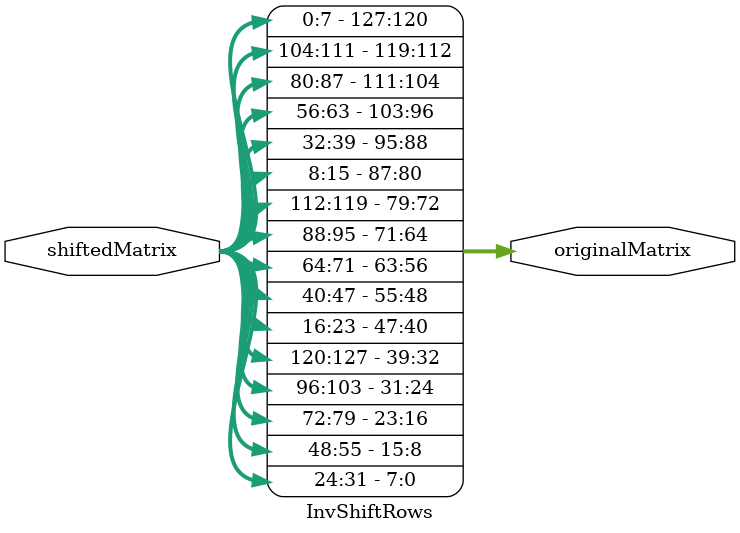
<source format=v>
module InvShiftRows (shiftedMatrix, originalMatrix);
	input [0:127] shiftedMatrix;
	output [0:127] originalMatrix;
	
	// First row isn't shifted
	assign originalMatrix[0+:8] = shiftedMatrix[0+:8];
	assign originalMatrix[32+:8] = shiftedMatrix[32+:8];
	assign originalMatrix[64+:8] = shiftedMatrix[64+:8];
    assign originalMatrix[96+:8] = shiftedMatrix[96+:8];
	
	// Second row is shifted right by 1
    assign originalMatrix[8+:8] = shiftedMatrix[104+:8];
    assign originalMatrix[40+:8] = shiftedMatrix[8+:8];
    assign originalMatrix[72+:8] = shiftedMatrix[40+:8];
    assign originalMatrix[104+:8] = shiftedMatrix[72+:8];
	
	// Third row is shifted right by 2
    assign originalMatrix[16+:8] = shiftedMatrix[80+:8];
    assign originalMatrix[48+:8] = shiftedMatrix[112+:8];
    assign originalMatrix[80+:8] = shiftedMatrix[16+:8];
    assign originalMatrix[112+:8] = shiftedMatrix[48+:8];
	
	// Fourth row is shifted right by 3
    assign originalMatrix[24+:8] = shiftedMatrix[56+:8];
    assign originalMatrix[56+:8] = shiftedMatrix[88+:8];
    assign originalMatrix[88+:8] = shiftedMatrix[120+:8];
    assign originalMatrix[120+:8] = shiftedMatrix[24+:8];

endmodule
</source>
